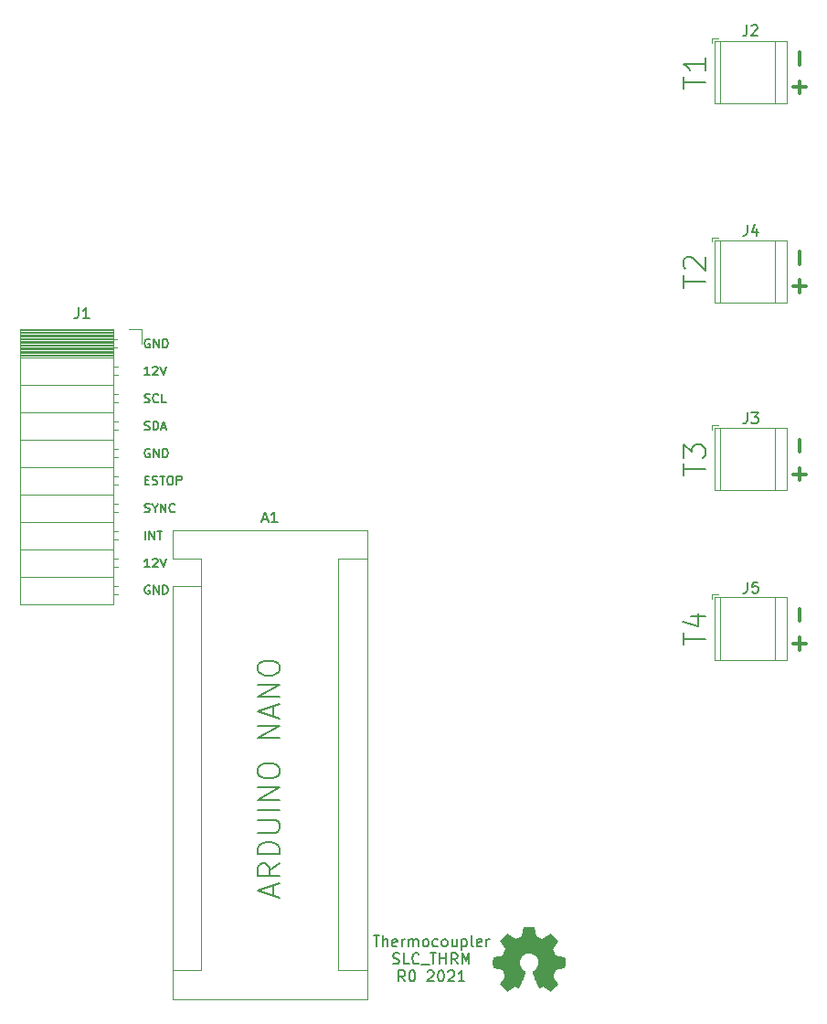
<source format=gbr>
%TF.GenerationSoftware,KiCad,Pcbnew,(6.0.4)*%
%TF.CreationDate,2023-07-24T13:38:07-04:00*%
%TF.ProjectId,BREAD_Slice,42524541-445f-4536-9c69-63652e6b6963,rev?*%
%TF.SameCoordinates,Original*%
%TF.FileFunction,Legend,Top*%
%TF.FilePolarity,Positive*%
%FSLAX46Y46*%
G04 Gerber Fmt 4.6, Leading zero omitted, Abs format (unit mm)*
G04 Created by KiCad (PCBNEW (6.0.4)) date 2023-07-24 13:38:07*
%MOMM*%
%LPD*%
G01*
G04 APERTURE LIST*
%ADD10C,0.150000*%
%ADD11C,0.300000*%
%ADD12C,0.120000*%
%ADD13C,0.010000*%
G04 APERTURE END LIST*
D10*
X142943333Y-129907142D02*
X142943333Y-128954761D01*
X143514761Y-130097619D02*
X141514761Y-129430952D01*
X143514761Y-128764285D01*
X143514761Y-126954761D02*
X142562380Y-127621428D01*
X143514761Y-128097619D02*
X141514761Y-128097619D01*
X141514761Y-127335714D01*
X141610000Y-127145238D01*
X141705238Y-127050000D01*
X141895714Y-126954761D01*
X142181428Y-126954761D01*
X142371904Y-127050000D01*
X142467142Y-127145238D01*
X142562380Y-127335714D01*
X142562380Y-128097619D01*
X143514761Y-126097619D02*
X141514761Y-126097619D01*
X141514761Y-125621428D01*
X141610000Y-125335714D01*
X141800476Y-125145238D01*
X141990952Y-125050000D01*
X142371904Y-124954761D01*
X142657619Y-124954761D01*
X143038571Y-125050000D01*
X143229047Y-125145238D01*
X143419523Y-125335714D01*
X143514761Y-125621428D01*
X143514761Y-126097619D01*
X141514761Y-124097619D02*
X143133809Y-124097619D01*
X143324285Y-124002380D01*
X143419523Y-123907142D01*
X143514761Y-123716666D01*
X143514761Y-123335714D01*
X143419523Y-123145238D01*
X143324285Y-123050000D01*
X143133809Y-122954761D01*
X141514761Y-122954761D01*
X143514761Y-122002380D02*
X141514761Y-122002380D01*
X143514761Y-121050000D02*
X141514761Y-121050000D01*
X143514761Y-119907142D01*
X141514761Y-119907142D01*
X141514761Y-118573809D02*
X141514761Y-118192857D01*
X141610000Y-118002380D01*
X141800476Y-117811904D01*
X142181428Y-117716666D01*
X142848095Y-117716666D01*
X143229047Y-117811904D01*
X143419523Y-118002380D01*
X143514761Y-118192857D01*
X143514761Y-118573809D01*
X143419523Y-118764285D01*
X143229047Y-118954761D01*
X142848095Y-119050000D01*
X142181428Y-119050000D01*
X141800476Y-118954761D01*
X141610000Y-118764285D01*
X141514761Y-118573809D01*
X143514761Y-115335714D02*
X141514761Y-115335714D01*
X143514761Y-114192857D01*
X141514761Y-114192857D01*
X142943333Y-113335714D02*
X142943333Y-112383333D01*
X143514761Y-113526190D02*
X141514761Y-112859523D01*
X143514761Y-112192857D01*
X143514761Y-111526190D02*
X141514761Y-111526190D01*
X143514761Y-110383333D01*
X141514761Y-110383333D01*
X141514761Y-109050000D02*
X141514761Y-108669047D01*
X141610000Y-108478571D01*
X141800476Y-108288095D01*
X142181428Y-108192857D01*
X142848095Y-108192857D01*
X143229047Y-108288095D01*
X143419523Y-108478571D01*
X143514761Y-108669047D01*
X143514761Y-109050000D01*
X143419523Y-109240476D01*
X143229047Y-109430952D01*
X142848095Y-109526190D01*
X142181428Y-109526190D01*
X141800476Y-109430952D01*
X141610000Y-109240476D01*
X141514761Y-109050000D01*
X131071428Y-91442857D02*
X131338095Y-91442857D01*
X131452380Y-91861904D02*
X131071428Y-91861904D01*
X131071428Y-91061904D01*
X131452380Y-91061904D01*
X131757142Y-91823809D02*
X131871428Y-91861904D01*
X132061904Y-91861904D01*
X132138095Y-91823809D01*
X132176190Y-91785714D01*
X132214285Y-91709523D01*
X132214285Y-91633333D01*
X132176190Y-91557142D01*
X132138095Y-91519047D01*
X132061904Y-91480952D01*
X131909523Y-91442857D01*
X131833333Y-91404761D01*
X131795238Y-91366666D01*
X131757142Y-91290476D01*
X131757142Y-91214285D01*
X131795238Y-91138095D01*
X131833333Y-91100000D01*
X131909523Y-91061904D01*
X132099999Y-91061904D01*
X132214285Y-91100000D01*
X132442857Y-91061904D02*
X132899999Y-91061904D01*
X132671428Y-91861904D02*
X132671428Y-91061904D01*
X133319047Y-91061904D02*
X133471428Y-91061904D01*
X133547619Y-91100000D01*
X133623809Y-91176190D01*
X133661904Y-91328571D01*
X133661904Y-91595238D01*
X133623809Y-91747619D01*
X133547619Y-91823809D01*
X133471428Y-91861904D01*
X133319047Y-91861904D01*
X133242857Y-91823809D01*
X133166666Y-91747619D01*
X133128571Y-91595238D01*
X133128571Y-91328571D01*
X133166666Y-91176190D01*
X133242857Y-91100000D01*
X133319047Y-91061904D01*
X134004761Y-91861904D02*
X134004761Y-91061904D01*
X134309523Y-91061904D01*
X134385714Y-91100000D01*
X134423809Y-91138095D01*
X134461904Y-91214285D01*
X134461904Y-91328571D01*
X134423809Y-91404761D01*
X134385714Y-91442857D01*
X134309523Y-91480952D01*
X134004761Y-91480952D01*
D11*
X191707142Y-104521428D02*
X191707142Y-103378571D01*
X191128571Y-106597141D02*
X192271428Y-106597141D01*
X191700000Y-107168570D02*
X191700000Y-106025713D01*
X191707142Y-88821428D02*
X191707142Y-87678571D01*
D10*
X180954761Y-106716310D02*
X180954761Y-105573453D01*
X182954761Y-106144881D02*
X180954761Y-106144881D01*
X181621428Y-104049643D02*
X182954761Y-104049643D01*
X180859523Y-104525834D02*
X182288095Y-105002024D01*
X182288095Y-103763929D01*
X131490476Y-88600000D02*
X131414285Y-88561904D01*
X131300000Y-88561904D01*
X131185714Y-88600000D01*
X131109523Y-88676190D01*
X131071428Y-88752380D01*
X131033333Y-88904761D01*
X131033333Y-89019047D01*
X131071428Y-89171428D01*
X131109523Y-89247619D01*
X131185714Y-89323809D01*
X131300000Y-89361904D01*
X131376190Y-89361904D01*
X131490476Y-89323809D01*
X131528571Y-89285714D01*
X131528571Y-89019047D01*
X131376190Y-89019047D01*
X131871428Y-89361904D02*
X131871428Y-88561904D01*
X132328571Y-89361904D01*
X132328571Y-88561904D01*
X132709523Y-89361904D02*
X132709523Y-88561904D01*
X132900000Y-88561904D01*
X133014285Y-88600000D01*
X133090476Y-88676190D01*
X133128571Y-88752380D01*
X133166666Y-88904761D01*
X133166666Y-89019047D01*
X133128571Y-89171428D01*
X133090476Y-89247619D01*
X133014285Y-89323809D01*
X132900000Y-89361904D01*
X132709523Y-89361904D01*
X131490476Y-99511904D02*
X131033334Y-99511904D01*
X131261905Y-99511904D02*
X131261905Y-98711904D01*
X131185715Y-98826190D01*
X131109524Y-98902380D01*
X131033334Y-98940476D01*
X131795238Y-98788095D02*
X131833334Y-98750000D01*
X131909524Y-98711904D01*
X132100000Y-98711904D01*
X132176191Y-98750000D01*
X132214286Y-98788095D01*
X132252381Y-98864285D01*
X132252381Y-98940476D01*
X132214286Y-99054761D01*
X131757143Y-99511904D01*
X132252381Y-99511904D01*
X132480953Y-98711904D02*
X132747619Y-99511904D01*
X133014286Y-98711904D01*
X131033333Y-86773809D02*
X131147619Y-86811904D01*
X131338095Y-86811904D01*
X131414285Y-86773809D01*
X131452381Y-86735714D01*
X131490476Y-86659523D01*
X131490476Y-86583333D01*
X131452381Y-86507142D01*
X131414285Y-86469047D01*
X131338095Y-86430952D01*
X131185714Y-86392857D01*
X131109523Y-86354761D01*
X131071428Y-86316666D01*
X131033333Y-86240476D01*
X131033333Y-86164285D01*
X131071428Y-86088095D01*
X131109523Y-86050000D01*
X131185714Y-86011904D01*
X131376190Y-86011904D01*
X131490476Y-86050000D01*
X131833333Y-86811904D02*
X131833333Y-86011904D01*
X132023809Y-86011904D01*
X132138095Y-86050000D01*
X132214285Y-86126190D01*
X132252381Y-86202380D01*
X132290476Y-86354761D01*
X132290476Y-86469047D01*
X132252381Y-86621428D01*
X132214285Y-86697619D01*
X132138095Y-86773809D01*
X132023809Y-86811904D01*
X131833333Y-86811904D01*
X132595238Y-86583333D02*
X132976190Y-86583333D01*
X132519047Y-86811904D02*
X132785714Y-86011904D01*
X133052381Y-86811904D01*
D11*
X191128571Y-55071142D02*
X192271428Y-55071142D01*
X191700000Y-55642571D02*
X191700000Y-54499714D01*
D10*
X131071428Y-96961904D02*
X131071428Y-96161904D01*
X131452380Y-96961904D02*
X131452380Y-96161904D01*
X131909523Y-96961904D01*
X131909523Y-96161904D01*
X132176190Y-96161904D02*
X132633333Y-96161904D01*
X132404761Y-96961904D02*
X132404761Y-96161904D01*
X180954761Y-73632810D02*
X180954761Y-72489953D01*
X182954761Y-73061381D02*
X180954761Y-73061381D01*
X181145238Y-71918524D02*
X181050000Y-71823286D01*
X180954761Y-71632810D01*
X180954761Y-71156620D01*
X181050000Y-70966143D01*
X181145238Y-70870905D01*
X181335714Y-70775667D01*
X181526190Y-70775667D01*
X181811904Y-70870905D01*
X182954761Y-72013762D01*
X182954761Y-70775667D01*
D11*
X191707142Y-52995429D02*
X191707142Y-51852572D01*
D10*
X180954761Y-55217810D02*
X180954761Y-54074953D01*
X182954761Y-54646381D02*
X180954761Y-54646381D01*
X182954761Y-52360667D02*
X182954761Y-53503524D01*
X182954761Y-52932096D02*
X180954761Y-52932096D01*
X181240476Y-53122572D01*
X181430952Y-53313048D01*
X181526190Y-53503524D01*
X131490476Y-101250000D02*
X131414285Y-101211904D01*
X131300000Y-101211904D01*
X131185714Y-101250000D01*
X131109523Y-101326190D01*
X131071428Y-101402380D01*
X131033333Y-101554761D01*
X131033333Y-101669047D01*
X131071428Y-101821428D01*
X131109523Y-101897619D01*
X131185714Y-101973809D01*
X131300000Y-102011904D01*
X131376190Y-102011904D01*
X131490476Y-101973809D01*
X131528571Y-101935714D01*
X131528571Y-101669047D01*
X131376190Y-101669047D01*
X131871428Y-102011904D02*
X131871428Y-101211904D01*
X132328571Y-102011904D01*
X132328571Y-101211904D01*
X132709523Y-102011904D02*
X132709523Y-101211904D01*
X132900000Y-101211904D01*
X133014285Y-101250000D01*
X133090476Y-101326190D01*
X133128571Y-101402380D01*
X133166666Y-101554761D01*
X133166666Y-101669047D01*
X133128571Y-101821428D01*
X133090476Y-101897619D01*
X133014285Y-101973809D01*
X132900000Y-102011904D01*
X132709523Y-102011904D01*
X131490476Y-81711904D02*
X131033334Y-81711904D01*
X131261905Y-81711904D02*
X131261905Y-80911904D01*
X131185715Y-81026190D01*
X131109524Y-81102380D01*
X131033334Y-81140476D01*
X131795238Y-80988095D02*
X131833334Y-80950000D01*
X131909524Y-80911904D01*
X132100000Y-80911904D01*
X132176191Y-80950000D01*
X132214286Y-80988095D01*
X132252381Y-81064285D01*
X132252381Y-81140476D01*
X132214286Y-81254761D01*
X131757143Y-81711904D01*
X132252381Y-81711904D01*
X132480953Y-80911904D02*
X132747619Y-81711904D01*
X133014286Y-80911904D01*
X131033334Y-84223809D02*
X131147619Y-84261904D01*
X131338095Y-84261904D01*
X131414286Y-84223809D01*
X131452381Y-84185714D01*
X131490476Y-84109523D01*
X131490476Y-84033333D01*
X131452381Y-83957142D01*
X131414286Y-83919047D01*
X131338095Y-83880952D01*
X131185715Y-83842857D01*
X131109524Y-83804761D01*
X131071429Y-83766666D01*
X131033334Y-83690476D01*
X131033334Y-83614285D01*
X131071429Y-83538095D01*
X131109524Y-83500000D01*
X131185715Y-83461904D01*
X131376191Y-83461904D01*
X131490476Y-83500000D01*
X132290476Y-84185714D02*
X132252381Y-84223809D01*
X132138095Y-84261904D01*
X132061905Y-84261904D01*
X131947619Y-84223809D01*
X131871429Y-84147619D01*
X131833334Y-84071428D01*
X131795238Y-83919047D01*
X131795238Y-83804761D01*
X131833334Y-83652380D01*
X131871429Y-83576190D01*
X131947619Y-83500000D01*
X132061905Y-83461904D01*
X132138095Y-83461904D01*
X132252381Y-83500000D01*
X132290476Y-83538095D01*
X133014286Y-84261904D02*
X132633334Y-84261904D01*
X132633334Y-83461904D01*
D11*
X191128571Y-73497141D02*
X192271428Y-73497141D01*
X191700000Y-74068570D02*
X191700000Y-72925713D01*
X191707142Y-71421428D02*
X191707142Y-70278571D01*
D10*
X131033333Y-94373809D02*
X131147619Y-94411904D01*
X131338095Y-94411904D01*
X131414286Y-94373809D01*
X131452381Y-94335714D01*
X131490476Y-94259523D01*
X131490476Y-94183333D01*
X131452381Y-94107142D01*
X131414286Y-94069047D01*
X131338095Y-94030952D01*
X131185714Y-93992857D01*
X131109524Y-93954761D01*
X131071429Y-93916666D01*
X131033333Y-93840476D01*
X131033333Y-93764285D01*
X131071429Y-93688095D01*
X131109524Y-93650000D01*
X131185714Y-93611904D01*
X131376190Y-93611904D01*
X131490476Y-93650000D01*
X131985714Y-94030952D02*
X131985714Y-94411904D01*
X131719048Y-93611904D02*
X131985714Y-94030952D01*
X132252381Y-93611904D01*
X132519048Y-94411904D02*
X132519048Y-93611904D01*
X132976190Y-94411904D01*
X132976190Y-93611904D01*
X133814286Y-94335714D02*
X133776190Y-94373809D01*
X133661905Y-94411904D01*
X133585714Y-94411904D01*
X133471429Y-94373809D01*
X133395238Y-94297619D01*
X133357143Y-94221428D01*
X133319048Y-94069047D01*
X133319048Y-93954761D01*
X133357143Y-93802380D01*
X133395238Y-93726190D01*
X133471429Y-93650000D01*
X133585714Y-93611904D01*
X133661905Y-93611904D01*
X133776190Y-93650000D01*
X133814286Y-93688095D01*
X131490476Y-78400000D02*
X131414285Y-78361904D01*
X131300000Y-78361904D01*
X131185714Y-78400000D01*
X131109523Y-78476190D01*
X131071428Y-78552380D01*
X131033333Y-78704761D01*
X131033333Y-78819047D01*
X131071428Y-78971428D01*
X131109523Y-79047619D01*
X131185714Y-79123809D01*
X131300000Y-79161904D01*
X131376190Y-79161904D01*
X131490476Y-79123809D01*
X131528571Y-79085714D01*
X131528571Y-78819047D01*
X131376190Y-78819047D01*
X131871428Y-79161904D02*
X131871428Y-78361904D01*
X132328571Y-79161904D01*
X132328571Y-78361904D01*
X132709523Y-79161904D02*
X132709523Y-78361904D01*
X132900000Y-78361904D01*
X133014285Y-78400000D01*
X133090476Y-78476190D01*
X133128571Y-78552380D01*
X133166666Y-78704761D01*
X133166666Y-78819047D01*
X133128571Y-78971428D01*
X133090476Y-79047619D01*
X133014285Y-79123809D01*
X132900000Y-79161904D01*
X132709523Y-79161904D01*
X152219046Y-133642380D02*
X152790475Y-133642380D01*
X152504760Y-134642380D02*
X152504760Y-133642380D01*
X153123808Y-134642380D02*
X153123808Y-133642380D01*
X153552379Y-134642380D02*
X153552379Y-134118571D01*
X153504760Y-134023333D01*
X153409522Y-133975714D01*
X153266665Y-133975714D01*
X153171427Y-134023333D01*
X153123808Y-134070952D01*
X154409522Y-134594761D02*
X154314284Y-134642380D01*
X154123808Y-134642380D01*
X154028570Y-134594761D01*
X153980951Y-134499523D01*
X153980951Y-134118571D01*
X154028570Y-134023333D01*
X154123808Y-133975714D01*
X154314284Y-133975714D01*
X154409522Y-134023333D01*
X154457141Y-134118571D01*
X154457141Y-134213809D01*
X153980951Y-134309047D01*
X154885713Y-134642380D02*
X154885713Y-133975714D01*
X154885713Y-134166190D02*
X154933332Y-134070952D01*
X154980951Y-134023333D01*
X155076189Y-133975714D01*
X155171427Y-133975714D01*
X155504760Y-134642380D02*
X155504760Y-133975714D01*
X155504760Y-134070952D02*
X155552379Y-134023333D01*
X155647618Y-133975714D01*
X155790475Y-133975714D01*
X155885713Y-134023333D01*
X155933332Y-134118571D01*
X155933332Y-134642380D01*
X155933332Y-134118571D02*
X155980951Y-134023333D01*
X156076189Y-133975714D01*
X156219046Y-133975714D01*
X156314284Y-134023333D01*
X156361903Y-134118571D01*
X156361903Y-134642380D01*
X156980951Y-134642380D02*
X156885713Y-134594761D01*
X156838094Y-134547142D01*
X156790475Y-134451904D01*
X156790475Y-134166190D01*
X156838094Y-134070952D01*
X156885713Y-134023333D01*
X156980951Y-133975714D01*
X157123808Y-133975714D01*
X157219046Y-134023333D01*
X157266665Y-134070952D01*
X157314284Y-134166190D01*
X157314284Y-134451904D01*
X157266665Y-134547142D01*
X157219046Y-134594761D01*
X157123808Y-134642380D01*
X156980951Y-134642380D01*
X158171427Y-134594761D02*
X158076189Y-134642380D01*
X157885713Y-134642380D01*
X157790475Y-134594761D01*
X157742856Y-134547142D01*
X157695237Y-134451904D01*
X157695237Y-134166190D01*
X157742856Y-134070952D01*
X157790475Y-134023333D01*
X157885713Y-133975714D01*
X158076189Y-133975714D01*
X158171427Y-134023333D01*
X158742856Y-134642380D02*
X158647618Y-134594761D01*
X158599999Y-134547142D01*
X158552379Y-134451904D01*
X158552379Y-134166190D01*
X158599999Y-134070952D01*
X158647618Y-134023333D01*
X158742856Y-133975714D01*
X158885713Y-133975714D01*
X158980951Y-134023333D01*
X159028570Y-134070952D01*
X159076189Y-134166190D01*
X159076189Y-134451904D01*
X159028570Y-134547142D01*
X158980951Y-134594761D01*
X158885713Y-134642380D01*
X158742856Y-134642380D01*
X159933332Y-133975714D02*
X159933332Y-134642380D01*
X159504760Y-133975714D02*
X159504760Y-134499523D01*
X159552379Y-134594761D01*
X159647618Y-134642380D01*
X159790475Y-134642380D01*
X159885713Y-134594761D01*
X159933332Y-134547142D01*
X160409522Y-133975714D02*
X160409522Y-134975714D01*
X160409522Y-134023333D02*
X160504760Y-133975714D01*
X160695237Y-133975714D01*
X160790475Y-134023333D01*
X160838094Y-134070952D01*
X160885713Y-134166190D01*
X160885713Y-134451904D01*
X160838094Y-134547142D01*
X160790475Y-134594761D01*
X160695237Y-134642380D01*
X160504760Y-134642380D01*
X160409522Y-134594761D01*
X161457141Y-134642380D02*
X161361903Y-134594761D01*
X161314284Y-134499523D01*
X161314284Y-133642380D01*
X162219046Y-134594761D02*
X162123808Y-134642380D01*
X161933332Y-134642380D01*
X161838094Y-134594761D01*
X161790475Y-134499523D01*
X161790475Y-134118571D01*
X161838094Y-134023333D01*
X161933332Y-133975714D01*
X162123808Y-133975714D01*
X162219046Y-134023333D01*
X162266665Y-134118571D01*
X162266665Y-134213809D01*
X161790475Y-134309047D01*
X162695237Y-134642380D02*
X162695237Y-133975714D01*
X162695237Y-134166190D02*
X162742856Y-134070952D01*
X162790475Y-134023333D01*
X162885713Y-133975714D01*
X162980951Y-133975714D01*
X154052379Y-136204761D02*
X154195237Y-136252380D01*
X154433332Y-136252380D01*
X154528570Y-136204761D01*
X154576189Y-136157142D01*
X154623808Y-136061904D01*
X154623808Y-135966666D01*
X154576189Y-135871428D01*
X154528570Y-135823809D01*
X154433332Y-135776190D01*
X154242856Y-135728571D01*
X154147618Y-135680952D01*
X154099999Y-135633333D01*
X154052379Y-135538095D01*
X154052379Y-135442857D01*
X154099999Y-135347619D01*
X154147618Y-135300000D01*
X154242856Y-135252380D01*
X154480951Y-135252380D01*
X154623808Y-135300000D01*
X155528570Y-136252380D02*
X155052379Y-136252380D01*
X155052379Y-135252380D01*
X156433332Y-136157142D02*
X156385713Y-136204761D01*
X156242856Y-136252380D01*
X156147618Y-136252380D01*
X156004760Y-136204761D01*
X155909522Y-136109523D01*
X155861903Y-136014285D01*
X155814284Y-135823809D01*
X155814284Y-135680952D01*
X155861903Y-135490476D01*
X155909522Y-135395238D01*
X156004760Y-135300000D01*
X156147618Y-135252380D01*
X156242856Y-135252380D01*
X156385713Y-135300000D01*
X156433332Y-135347619D01*
X156623808Y-136347619D02*
X157385713Y-136347619D01*
X157480951Y-135252380D02*
X158052379Y-135252380D01*
X157766665Y-136252380D02*
X157766665Y-135252380D01*
X158385713Y-136252380D02*
X158385713Y-135252380D01*
X158385713Y-135728571D02*
X158957141Y-135728571D01*
X158957141Y-136252380D02*
X158957141Y-135252380D01*
X160004760Y-136252380D02*
X159671427Y-135776190D01*
X159433332Y-136252380D02*
X159433332Y-135252380D01*
X159814284Y-135252380D01*
X159909522Y-135300000D01*
X159957141Y-135347619D01*
X160004760Y-135442857D01*
X160004760Y-135585714D01*
X159957141Y-135680952D01*
X159909522Y-135728571D01*
X159814284Y-135776190D01*
X159433332Y-135776190D01*
X160433332Y-136252380D02*
X160433332Y-135252380D01*
X160766665Y-135966666D01*
X161099999Y-135252380D01*
X161099999Y-136252380D01*
X155147618Y-137862380D02*
X154814284Y-137386190D01*
X154576189Y-137862380D02*
X154576189Y-136862380D01*
X154957141Y-136862380D01*
X155052379Y-136910000D01*
X155099999Y-136957619D01*
X155147618Y-137052857D01*
X155147618Y-137195714D01*
X155099999Y-137290952D01*
X155052379Y-137338571D01*
X154957141Y-137386190D01*
X154576189Y-137386190D01*
X155766665Y-136862380D02*
X155861903Y-136862380D01*
X155957141Y-136910000D01*
X156004760Y-136957619D01*
X156052379Y-137052857D01*
X156099999Y-137243333D01*
X156099999Y-137481428D01*
X156052379Y-137671904D01*
X156004760Y-137767142D01*
X155957141Y-137814761D01*
X155861903Y-137862380D01*
X155766665Y-137862380D01*
X155671427Y-137814761D01*
X155623808Y-137767142D01*
X155576189Y-137671904D01*
X155528570Y-137481428D01*
X155528570Y-137243333D01*
X155576189Y-137052857D01*
X155623808Y-136957619D01*
X155671427Y-136910000D01*
X155766665Y-136862380D01*
X157242856Y-136957619D02*
X157290475Y-136910000D01*
X157385713Y-136862380D01*
X157623808Y-136862380D01*
X157719046Y-136910000D01*
X157766665Y-136957619D01*
X157814284Y-137052857D01*
X157814284Y-137148095D01*
X157766665Y-137290952D01*
X157195237Y-137862380D01*
X157814284Y-137862380D01*
X158433332Y-136862380D02*
X158528570Y-136862380D01*
X158623808Y-136910000D01*
X158671427Y-136957619D01*
X158719046Y-137052857D01*
X158766665Y-137243333D01*
X158766665Y-137481428D01*
X158719046Y-137671904D01*
X158671427Y-137767142D01*
X158623808Y-137814761D01*
X158528570Y-137862380D01*
X158433332Y-137862380D01*
X158338094Y-137814761D01*
X158290475Y-137767142D01*
X158242856Y-137671904D01*
X158195237Y-137481428D01*
X158195237Y-137243333D01*
X158242856Y-137052857D01*
X158290475Y-136957619D01*
X158338094Y-136910000D01*
X158433332Y-136862380D01*
X159147618Y-136957619D02*
X159195237Y-136910000D01*
X159290475Y-136862380D01*
X159528570Y-136862380D01*
X159623808Y-136910000D01*
X159671427Y-136957619D01*
X159719046Y-137052857D01*
X159719046Y-137148095D01*
X159671427Y-137290952D01*
X159099999Y-137862380D01*
X159719046Y-137862380D01*
X160671427Y-137862380D02*
X160099999Y-137862380D01*
X160385713Y-137862380D02*
X160385713Y-136862380D01*
X160290475Y-137005238D01*
X160195237Y-137100476D01*
X160099999Y-137148095D01*
X180954761Y-91031810D02*
X180954761Y-89888953D01*
X182954761Y-90460381D02*
X180954761Y-90460381D01*
X180954761Y-89412762D02*
X180954761Y-88174667D01*
X181716666Y-88841334D01*
X181716666Y-88555620D01*
X181811904Y-88365143D01*
X181907142Y-88269905D01*
X182097619Y-88174667D01*
X182573809Y-88174667D01*
X182764285Y-88269905D01*
X182859523Y-88365143D01*
X182954761Y-88555620D01*
X182954761Y-89127048D01*
X182859523Y-89317524D01*
X182764285Y-89412762D01*
D11*
X191128571Y-90897141D02*
X192271428Y-90897141D01*
X191700000Y-91468570D02*
X191700000Y-90325713D01*
D10*
%TO.C,A1*%
X141905714Y-95086666D02*
X142381904Y-95086666D01*
X141810476Y-95372380D02*
X142143809Y-94372380D01*
X142477142Y-95372380D01*
X143334285Y-95372380D02*
X142762857Y-95372380D01*
X143048571Y-95372380D02*
X143048571Y-94372380D01*
X142953333Y-94515238D01*
X142858095Y-94610476D01*
X142762857Y-94658095D01*
%TO.C,J1*%
X124886666Y-75482380D02*
X124886666Y-76196666D01*
X124839047Y-76339523D01*
X124743809Y-76434761D01*
X124600952Y-76482380D01*
X124505714Y-76482380D01*
X125886666Y-76482380D02*
X125315238Y-76482380D01*
X125600952Y-76482380D02*
X125600952Y-75482380D01*
X125505714Y-75625238D01*
X125410476Y-75720476D01*
X125315238Y-75768095D01*
%TO.C,J2*%
X186816666Y-49302380D02*
X186816666Y-50016666D01*
X186769047Y-50159523D01*
X186673809Y-50254761D01*
X186530952Y-50302380D01*
X186435714Y-50302380D01*
X187245238Y-49397619D02*
X187292857Y-49350000D01*
X187388095Y-49302380D01*
X187626190Y-49302380D01*
X187721428Y-49350000D01*
X187769047Y-49397619D01*
X187816666Y-49492857D01*
X187816666Y-49588095D01*
X187769047Y-49730952D01*
X187197619Y-50302380D01*
X187816666Y-50302380D01*
%TO.C,J3*%
X186862666Y-85202380D02*
X186862666Y-85916666D01*
X186815047Y-86059523D01*
X186719809Y-86154761D01*
X186576952Y-86202380D01*
X186481714Y-86202380D01*
X187243619Y-85202380D02*
X187862666Y-85202380D01*
X187529333Y-85583333D01*
X187672190Y-85583333D01*
X187767428Y-85630952D01*
X187815047Y-85678571D01*
X187862666Y-85773809D01*
X187862666Y-86011904D01*
X187815047Y-86107142D01*
X187767428Y-86154761D01*
X187672190Y-86202380D01*
X187386476Y-86202380D01*
X187291238Y-86154761D01*
X187243619Y-86107142D01*
%TO.C,J4*%
X186862666Y-67802380D02*
X186862666Y-68516666D01*
X186815047Y-68659523D01*
X186719809Y-68754761D01*
X186576952Y-68802380D01*
X186481714Y-68802380D01*
X187767428Y-68135714D02*
X187767428Y-68802380D01*
X187529333Y-67754761D02*
X187291238Y-68469047D01*
X187910285Y-68469047D01*
%TO.C,J5*%
X186876166Y-100902380D02*
X186876166Y-101616666D01*
X186828547Y-101759523D01*
X186733309Y-101854761D01*
X186590452Y-101902380D01*
X186495214Y-101902380D01*
X187828547Y-100902380D02*
X187352357Y-100902380D01*
X187304738Y-101378571D01*
X187352357Y-101330952D01*
X187447595Y-101283333D01*
X187685690Y-101283333D01*
X187780928Y-101330952D01*
X187828547Y-101378571D01*
X187876166Y-101473809D01*
X187876166Y-101711904D01*
X187828547Y-101807142D01*
X187780928Y-101854761D01*
X187685690Y-101902380D01*
X187447595Y-101902380D01*
X187352357Y-101854761D01*
X187304738Y-101807142D01*
D12*
%TO.C,A1*%
X148970000Y-98730000D02*
X151640000Y-98730000D01*
X133600000Y-101270000D02*
X133600000Y-139500000D01*
X151640000Y-139500000D02*
X151640000Y-96060000D01*
X151640000Y-96060000D02*
X133600000Y-96060000D01*
X148970000Y-98730000D02*
X148970000Y-136830000D01*
X136270000Y-98730000D02*
X133600000Y-98730000D01*
X136270000Y-101270000D02*
X133600000Y-101270000D01*
X133600000Y-139500000D02*
X151640000Y-139500000D01*
X136270000Y-101270000D02*
X136270000Y-98730000D01*
X148970000Y-136830000D02*
X151640000Y-136830000D01*
X136270000Y-101270000D02*
X136270000Y-136830000D01*
X133600000Y-96060000D02*
X133600000Y-98730000D01*
X136270000Y-136830000D02*
X133600000Y-136830000D01*
%TO.C,J1*%
X119510000Y-90230000D02*
X128140000Y-90230000D01*
X128140000Y-86060000D02*
X128550000Y-86060000D01*
X128140000Y-98760000D02*
X128550000Y-98760000D01*
X119510000Y-95310000D02*
X128140000Y-95310000D01*
X128140000Y-99480000D02*
X128550000Y-99480000D01*
X119510000Y-80070000D02*
X128140000Y-80070000D01*
X119510000Y-79007140D02*
X128140000Y-79007140D01*
X119510000Y-77944285D02*
X128140000Y-77944285D01*
X119510000Y-78652855D02*
X128140000Y-78652855D01*
X128140000Y-88600000D02*
X128550000Y-88600000D01*
X119510000Y-79833805D02*
X128140000Y-79833805D01*
X119510000Y-78062380D02*
X128140000Y-78062380D01*
X119510000Y-82610000D02*
X128140000Y-82610000D01*
X119510000Y-78534760D02*
X128140000Y-78534760D01*
X119510000Y-79243330D02*
X128140000Y-79243330D01*
X119510000Y-79125235D02*
X128140000Y-79125235D01*
X119510000Y-79597615D02*
X128140000Y-79597615D01*
X119510000Y-78416665D02*
X128140000Y-78416665D01*
X119510000Y-102990000D02*
X128140000Y-102990000D01*
X119510000Y-100390000D02*
X128140000Y-100390000D01*
X128140000Y-81700000D02*
X128550000Y-81700000D01*
X119510000Y-78180475D02*
X128140000Y-78180475D01*
X128140000Y-91140000D02*
X128550000Y-91140000D01*
X128140000Y-83520000D02*
X128550000Y-83520000D01*
X119510000Y-78889045D02*
X128140000Y-78889045D01*
X119510000Y-77470000D02*
X128140000Y-77470000D01*
X128140000Y-96220000D02*
X128550000Y-96220000D01*
X119510000Y-79479520D02*
X128140000Y-79479520D01*
X119510000Y-79951900D02*
X128140000Y-79951900D01*
X119510000Y-85150000D02*
X128140000Y-85150000D01*
X119510000Y-77470000D02*
X119510000Y-102990000D01*
X128140000Y-93680000D02*
X128550000Y-93680000D01*
X128140000Y-79160000D02*
X128490000Y-79160000D01*
X128140000Y-96940000D02*
X128550000Y-96940000D01*
X128140000Y-102020000D02*
X128550000Y-102020000D01*
X128140000Y-89320000D02*
X128550000Y-89320000D01*
X128140000Y-84240000D02*
X128550000Y-84240000D01*
X119510000Y-87690000D02*
X128140000Y-87690000D01*
X119510000Y-78298570D02*
X128140000Y-78298570D01*
X119510000Y-78770950D02*
X128140000Y-78770950D01*
X128140000Y-77470000D02*
X128140000Y-102990000D01*
X130710000Y-77470000D02*
X130710000Y-78800000D01*
X129600000Y-77470000D02*
X130710000Y-77470000D01*
X128140000Y-91860000D02*
X128550000Y-91860000D01*
X119510000Y-77590000D02*
X128140000Y-77590000D01*
X119510000Y-79715710D02*
X128140000Y-79715710D01*
X128140000Y-101300000D02*
X128550000Y-101300000D01*
X128140000Y-78440000D02*
X128490000Y-78440000D01*
X119510000Y-77826190D02*
X128140000Y-77826190D01*
X119510000Y-79361425D02*
X128140000Y-79361425D01*
X119510000Y-97850000D02*
X128140000Y-97850000D01*
X128140000Y-94400000D02*
X128550000Y-94400000D01*
X128140000Y-80980000D02*
X128550000Y-80980000D01*
X128140000Y-86780000D02*
X128550000Y-86780000D01*
X119510000Y-77708095D02*
X128140000Y-77708095D01*
X119510000Y-92770000D02*
X128140000Y-92770000D01*
%TO.C,Logo1*%
G36*
X167155814Y-133268931D02*
G01*
X167239635Y-133713555D01*
X167548920Y-133841053D01*
X167858206Y-133968551D01*
X168229246Y-133716246D01*
X168333157Y-133645996D01*
X168427087Y-133583272D01*
X168506652Y-133530938D01*
X168567470Y-133491857D01*
X168605157Y-133468893D01*
X168615421Y-133463942D01*
X168633910Y-133476676D01*
X168673420Y-133511882D01*
X168729522Y-133565062D01*
X168797787Y-133631718D01*
X168873786Y-133707354D01*
X168953092Y-133787472D01*
X169031275Y-133867574D01*
X169103907Y-133943164D01*
X169166559Y-134009745D01*
X169214803Y-134062818D01*
X169244210Y-134097887D01*
X169251241Y-134109623D01*
X169241123Y-134131260D01*
X169212759Y-134178662D01*
X169169129Y-134247193D01*
X169113218Y-134332215D01*
X169048006Y-134429093D01*
X169010219Y-134484350D01*
X168941343Y-134585248D01*
X168880140Y-134676299D01*
X168829578Y-134752970D01*
X168792628Y-134810728D01*
X168772258Y-134845043D01*
X168769197Y-134852254D01*
X168776136Y-134872748D01*
X168795051Y-134920513D01*
X168823087Y-134988832D01*
X168857391Y-135070989D01*
X168895109Y-135160270D01*
X168933387Y-135249958D01*
X168969370Y-135333338D01*
X169000206Y-135403694D01*
X169023039Y-135454310D01*
X169035017Y-135478471D01*
X169035724Y-135479422D01*
X169054531Y-135484036D01*
X169104618Y-135494328D01*
X169180793Y-135509287D01*
X169277865Y-135527901D01*
X169390643Y-135549159D01*
X169456442Y-135561418D01*
X169576950Y-135584362D01*
X169685797Y-135606195D01*
X169777476Y-135625722D01*
X169846481Y-135641748D01*
X169887304Y-135653079D01*
X169895511Y-135656674D01*
X169903548Y-135681006D01*
X169910033Y-135735959D01*
X169914970Y-135815108D01*
X169918364Y-135912026D01*
X169920218Y-136020287D01*
X169920538Y-136133465D01*
X169919327Y-136245135D01*
X169916590Y-136348868D01*
X169912331Y-136438241D01*
X169906555Y-136506826D01*
X169899267Y-136548197D01*
X169894895Y-136556810D01*
X169868764Y-136567133D01*
X169813393Y-136581892D01*
X169736107Y-136599352D01*
X169644230Y-136617780D01*
X169612158Y-136623741D01*
X169457524Y-136652066D01*
X169335375Y-136674876D01*
X169241673Y-136693080D01*
X169172384Y-136707583D01*
X169123471Y-136719292D01*
X169090897Y-136729115D01*
X169070628Y-136737956D01*
X169058626Y-136746724D01*
X169056947Y-136748457D01*
X169040184Y-136776371D01*
X169014614Y-136830695D01*
X168982788Y-136904777D01*
X168947260Y-136991965D01*
X168910583Y-137085608D01*
X168875311Y-137179052D01*
X168843996Y-137265647D01*
X168819193Y-137338740D01*
X168803454Y-137391678D01*
X168799332Y-137417811D01*
X168799676Y-137418726D01*
X168813641Y-137440086D01*
X168845322Y-137487084D01*
X168891391Y-137554827D01*
X168948518Y-137638423D01*
X169013373Y-137732982D01*
X169031843Y-137759854D01*
X169097699Y-137857275D01*
X169155650Y-137946163D01*
X169202538Y-138021412D01*
X169235207Y-138077920D01*
X169250500Y-138110581D01*
X169251241Y-138114593D01*
X169238392Y-138135684D01*
X169202888Y-138177464D01*
X169149293Y-138235445D01*
X169082171Y-138305135D01*
X169006087Y-138382045D01*
X168925604Y-138461683D01*
X168845287Y-138539561D01*
X168769699Y-138611186D01*
X168703405Y-138672070D01*
X168650969Y-138717721D01*
X168616955Y-138743650D01*
X168607545Y-138747883D01*
X168585643Y-138737912D01*
X168540800Y-138711020D01*
X168480321Y-138671736D01*
X168433789Y-138640117D01*
X168349475Y-138582098D01*
X168249626Y-138513784D01*
X168149473Y-138445579D01*
X168095627Y-138409075D01*
X167913371Y-138285800D01*
X167760381Y-138368520D01*
X167690682Y-138404759D01*
X167631414Y-138432926D01*
X167591311Y-138448991D01*
X167581103Y-138451226D01*
X167568829Y-138434722D01*
X167544613Y-138388082D01*
X167510263Y-138315609D01*
X167467588Y-138221606D01*
X167418394Y-138110374D01*
X167364490Y-137986215D01*
X167307684Y-137853432D01*
X167249782Y-137716327D01*
X167192593Y-137579202D01*
X167137924Y-137446358D01*
X167087584Y-137322098D01*
X167043380Y-137210725D01*
X167007119Y-137116539D01*
X166980609Y-137043844D01*
X166965658Y-136996941D01*
X166963254Y-136980833D01*
X166982311Y-136960286D01*
X167024036Y-136926933D01*
X167079706Y-136887702D01*
X167084378Y-136884599D01*
X167228264Y-136769423D01*
X167344283Y-136635053D01*
X167431430Y-136485784D01*
X167488699Y-136325913D01*
X167515086Y-136159737D01*
X167509585Y-135991552D01*
X167471190Y-135825655D01*
X167398895Y-135666342D01*
X167377626Y-135631487D01*
X167266996Y-135490737D01*
X167136302Y-135377714D01*
X166990064Y-135293003D01*
X166832808Y-135237194D01*
X166669057Y-135210874D01*
X166503333Y-135214630D01*
X166340162Y-135249050D01*
X166184065Y-135314723D01*
X166039567Y-135412235D01*
X165994869Y-135451813D01*
X165881112Y-135575703D01*
X165798218Y-135706124D01*
X165741356Y-135852315D01*
X165709687Y-135997088D01*
X165701869Y-136159860D01*
X165727938Y-136323440D01*
X165785245Y-136482298D01*
X165871144Y-136630906D01*
X165982986Y-136763735D01*
X166118123Y-136875256D01*
X166135883Y-136887011D01*
X166192150Y-136925508D01*
X166234923Y-136958863D01*
X166255372Y-136980160D01*
X166255669Y-136980833D01*
X166251279Y-137003871D01*
X166233876Y-137056157D01*
X166205268Y-137133390D01*
X166167265Y-137231268D01*
X166121674Y-137345491D01*
X166070303Y-137471758D01*
X166014962Y-137605767D01*
X165957458Y-137743218D01*
X165899601Y-137879808D01*
X165843198Y-138011237D01*
X165790058Y-138133205D01*
X165741990Y-138241409D01*
X165700801Y-138331549D01*
X165668301Y-138399323D01*
X165646297Y-138440430D01*
X165637436Y-138451226D01*
X165610360Y-138442819D01*
X165559697Y-138420272D01*
X165494183Y-138387613D01*
X165458159Y-138368520D01*
X165305168Y-138285800D01*
X165122912Y-138409075D01*
X165029875Y-138472228D01*
X164928015Y-138541727D01*
X164832562Y-138607165D01*
X164784750Y-138640117D01*
X164717505Y-138685273D01*
X164660564Y-138721057D01*
X164621354Y-138742938D01*
X164608619Y-138747563D01*
X164590083Y-138735085D01*
X164549059Y-138700252D01*
X164489525Y-138646678D01*
X164415458Y-138577983D01*
X164330835Y-138497781D01*
X164277315Y-138446286D01*
X164183681Y-138354286D01*
X164102759Y-138271999D01*
X164037823Y-138202945D01*
X163992142Y-138150644D01*
X163968989Y-138118616D01*
X163966768Y-138112116D01*
X163977076Y-138087394D01*
X164005561Y-138037405D01*
X164049063Y-137967212D01*
X164104423Y-137881875D01*
X164168480Y-137786456D01*
X164186697Y-137759854D01*
X164253073Y-137663167D01*
X164312622Y-137576117D01*
X164362016Y-137503595D01*
X164397925Y-137450493D01*
X164417019Y-137421703D01*
X164418864Y-137418726D01*
X164416105Y-137395782D01*
X164401462Y-137345336D01*
X164377487Y-137274041D01*
X164346734Y-137188547D01*
X164311756Y-137095507D01*
X164275107Y-137001574D01*
X164239339Y-136913399D01*
X164207006Y-136837634D01*
X164180662Y-136780931D01*
X164162858Y-136749943D01*
X164161593Y-136748457D01*
X164150706Y-136739601D01*
X164132318Y-136730843D01*
X164102394Y-136721277D01*
X164056897Y-136709996D01*
X163991791Y-136696093D01*
X163903039Y-136678663D01*
X163786607Y-136656798D01*
X163638458Y-136629591D01*
X163606382Y-136623741D01*
X163511314Y-136605374D01*
X163428435Y-136587405D01*
X163365070Y-136571569D01*
X163328542Y-136559600D01*
X163323644Y-136556810D01*
X163315573Y-136532072D01*
X163309013Y-136476790D01*
X163303967Y-136397389D01*
X163300441Y-136300296D01*
X163298439Y-136191938D01*
X163297964Y-136078740D01*
X163299023Y-135967128D01*
X163301618Y-135863529D01*
X163305754Y-135774368D01*
X163311437Y-135706072D01*
X163318669Y-135665066D01*
X163323029Y-135656674D01*
X163347302Y-135648208D01*
X163402574Y-135634435D01*
X163483338Y-135616550D01*
X163584088Y-135595748D01*
X163699317Y-135573223D01*
X163762098Y-135561418D01*
X163881213Y-135539151D01*
X163987435Y-135518979D01*
X164075573Y-135501915D01*
X164140434Y-135488969D01*
X164176826Y-135481155D01*
X164182816Y-135479422D01*
X164192939Y-135459890D01*
X164214338Y-135412843D01*
X164244161Y-135345003D01*
X164279555Y-135263091D01*
X164317668Y-135173828D01*
X164355647Y-135083935D01*
X164390640Y-135000135D01*
X164419794Y-134929147D01*
X164440257Y-134877694D01*
X164449177Y-134852497D01*
X164449343Y-134851396D01*
X164439231Y-134831519D01*
X164410883Y-134785777D01*
X164367277Y-134718717D01*
X164311394Y-134634884D01*
X164246213Y-134538826D01*
X164208321Y-134483650D01*
X164139275Y-134382481D01*
X164077950Y-134290630D01*
X164027337Y-134212744D01*
X163990429Y-134153469D01*
X163970218Y-134117451D01*
X163967299Y-134109377D01*
X163979847Y-134090584D01*
X164014537Y-134050457D01*
X164066937Y-133993493D01*
X164132616Y-133924185D01*
X164207144Y-133847031D01*
X164286087Y-133766525D01*
X164365017Y-133687163D01*
X164439500Y-133613440D01*
X164505106Y-133549852D01*
X164557404Y-133500894D01*
X164591961Y-133471061D01*
X164603522Y-133463942D01*
X164622346Y-133473953D01*
X164667369Y-133502078D01*
X164734213Y-133545454D01*
X164818501Y-133601218D01*
X164915856Y-133666506D01*
X164989293Y-133716246D01*
X165360333Y-133968551D01*
X165978905Y-133713555D01*
X166062725Y-133268931D01*
X166146546Y-132824307D01*
X167071994Y-132824307D01*
X167155814Y-133268931D01*
G37*
D13*
X167155814Y-133268931D02*
X167239635Y-133713555D01*
X167548920Y-133841053D01*
X167858206Y-133968551D01*
X168229246Y-133716246D01*
X168333157Y-133645996D01*
X168427087Y-133583272D01*
X168506652Y-133530938D01*
X168567470Y-133491857D01*
X168605157Y-133468893D01*
X168615421Y-133463942D01*
X168633910Y-133476676D01*
X168673420Y-133511882D01*
X168729522Y-133565062D01*
X168797787Y-133631718D01*
X168873786Y-133707354D01*
X168953092Y-133787472D01*
X169031275Y-133867574D01*
X169103907Y-133943164D01*
X169166559Y-134009745D01*
X169214803Y-134062818D01*
X169244210Y-134097887D01*
X169251241Y-134109623D01*
X169241123Y-134131260D01*
X169212759Y-134178662D01*
X169169129Y-134247193D01*
X169113218Y-134332215D01*
X169048006Y-134429093D01*
X169010219Y-134484350D01*
X168941343Y-134585248D01*
X168880140Y-134676299D01*
X168829578Y-134752970D01*
X168792628Y-134810728D01*
X168772258Y-134845043D01*
X168769197Y-134852254D01*
X168776136Y-134872748D01*
X168795051Y-134920513D01*
X168823087Y-134988832D01*
X168857391Y-135070989D01*
X168895109Y-135160270D01*
X168933387Y-135249958D01*
X168969370Y-135333338D01*
X169000206Y-135403694D01*
X169023039Y-135454310D01*
X169035017Y-135478471D01*
X169035724Y-135479422D01*
X169054531Y-135484036D01*
X169104618Y-135494328D01*
X169180793Y-135509287D01*
X169277865Y-135527901D01*
X169390643Y-135549159D01*
X169456442Y-135561418D01*
X169576950Y-135584362D01*
X169685797Y-135606195D01*
X169777476Y-135625722D01*
X169846481Y-135641748D01*
X169887304Y-135653079D01*
X169895511Y-135656674D01*
X169903548Y-135681006D01*
X169910033Y-135735959D01*
X169914970Y-135815108D01*
X169918364Y-135912026D01*
X169920218Y-136020287D01*
X169920538Y-136133465D01*
X169919327Y-136245135D01*
X169916590Y-136348868D01*
X169912331Y-136438241D01*
X169906555Y-136506826D01*
X169899267Y-136548197D01*
X169894895Y-136556810D01*
X169868764Y-136567133D01*
X169813393Y-136581892D01*
X169736107Y-136599352D01*
X169644230Y-136617780D01*
X169612158Y-136623741D01*
X169457524Y-136652066D01*
X169335375Y-136674876D01*
X169241673Y-136693080D01*
X169172384Y-136707583D01*
X169123471Y-136719292D01*
X169090897Y-136729115D01*
X169070628Y-136737956D01*
X169058626Y-136746724D01*
X169056947Y-136748457D01*
X169040184Y-136776371D01*
X169014614Y-136830695D01*
X168982788Y-136904777D01*
X168947260Y-136991965D01*
X168910583Y-137085608D01*
X168875311Y-137179052D01*
X168843996Y-137265647D01*
X168819193Y-137338740D01*
X168803454Y-137391678D01*
X168799332Y-137417811D01*
X168799676Y-137418726D01*
X168813641Y-137440086D01*
X168845322Y-137487084D01*
X168891391Y-137554827D01*
X168948518Y-137638423D01*
X169013373Y-137732982D01*
X169031843Y-137759854D01*
X169097699Y-137857275D01*
X169155650Y-137946163D01*
X169202538Y-138021412D01*
X169235207Y-138077920D01*
X169250500Y-138110581D01*
X169251241Y-138114593D01*
X169238392Y-138135684D01*
X169202888Y-138177464D01*
X169149293Y-138235445D01*
X169082171Y-138305135D01*
X169006087Y-138382045D01*
X168925604Y-138461683D01*
X168845287Y-138539561D01*
X168769699Y-138611186D01*
X168703405Y-138672070D01*
X168650969Y-138717721D01*
X168616955Y-138743650D01*
X168607545Y-138747883D01*
X168585643Y-138737912D01*
X168540800Y-138711020D01*
X168480321Y-138671736D01*
X168433789Y-138640117D01*
X168349475Y-138582098D01*
X168249626Y-138513784D01*
X168149473Y-138445579D01*
X168095627Y-138409075D01*
X167913371Y-138285800D01*
X167760381Y-138368520D01*
X167690682Y-138404759D01*
X167631414Y-138432926D01*
X167591311Y-138448991D01*
X167581103Y-138451226D01*
X167568829Y-138434722D01*
X167544613Y-138388082D01*
X167510263Y-138315609D01*
X167467588Y-138221606D01*
X167418394Y-138110374D01*
X167364490Y-137986215D01*
X167307684Y-137853432D01*
X167249782Y-137716327D01*
X167192593Y-137579202D01*
X167137924Y-137446358D01*
X167087584Y-137322098D01*
X167043380Y-137210725D01*
X167007119Y-137116539D01*
X166980609Y-137043844D01*
X166965658Y-136996941D01*
X166963254Y-136980833D01*
X166982311Y-136960286D01*
X167024036Y-136926933D01*
X167079706Y-136887702D01*
X167084378Y-136884599D01*
X167228264Y-136769423D01*
X167344283Y-136635053D01*
X167431430Y-136485784D01*
X167488699Y-136325913D01*
X167515086Y-136159737D01*
X167509585Y-135991552D01*
X167471190Y-135825655D01*
X167398895Y-135666342D01*
X167377626Y-135631487D01*
X167266996Y-135490737D01*
X167136302Y-135377714D01*
X166990064Y-135293003D01*
X166832808Y-135237194D01*
X166669057Y-135210874D01*
X166503333Y-135214630D01*
X166340162Y-135249050D01*
X166184065Y-135314723D01*
X166039567Y-135412235D01*
X165994869Y-135451813D01*
X165881112Y-135575703D01*
X165798218Y-135706124D01*
X165741356Y-135852315D01*
X165709687Y-135997088D01*
X165701869Y-136159860D01*
X165727938Y-136323440D01*
X165785245Y-136482298D01*
X165871144Y-136630906D01*
X165982986Y-136763735D01*
X166118123Y-136875256D01*
X166135883Y-136887011D01*
X166192150Y-136925508D01*
X166234923Y-136958863D01*
X166255372Y-136980160D01*
X166255669Y-136980833D01*
X166251279Y-137003871D01*
X166233876Y-137056157D01*
X166205268Y-137133390D01*
X166167265Y-137231268D01*
X166121674Y-137345491D01*
X166070303Y-137471758D01*
X166014962Y-137605767D01*
X165957458Y-137743218D01*
X165899601Y-137879808D01*
X165843198Y-138011237D01*
X165790058Y-138133205D01*
X165741990Y-138241409D01*
X165700801Y-138331549D01*
X165668301Y-138399323D01*
X165646297Y-138440430D01*
X165637436Y-138451226D01*
X165610360Y-138442819D01*
X165559697Y-138420272D01*
X165494183Y-138387613D01*
X165458159Y-138368520D01*
X165305168Y-138285800D01*
X165122912Y-138409075D01*
X165029875Y-138472228D01*
X164928015Y-138541727D01*
X164832562Y-138607165D01*
X164784750Y-138640117D01*
X164717505Y-138685273D01*
X164660564Y-138721057D01*
X164621354Y-138742938D01*
X164608619Y-138747563D01*
X164590083Y-138735085D01*
X164549059Y-138700252D01*
X164489525Y-138646678D01*
X164415458Y-138577983D01*
X164330835Y-138497781D01*
X164277315Y-138446286D01*
X164183681Y-138354286D01*
X164102759Y-138271999D01*
X164037823Y-138202945D01*
X163992142Y-138150644D01*
X163968989Y-138118616D01*
X163966768Y-138112116D01*
X163977076Y-138087394D01*
X164005561Y-138037405D01*
X164049063Y-137967212D01*
X164104423Y-137881875D01*
X164168480Y-137786456D01*
X164186697Y-137759854D01*
X164253073Y-137663167D01*
X164312622Y-137576117D01*
X164362016Y-137503595D01*
X164397925Y-137450493D01*
X164417019Y-137421703D01*
X164418864Y-137418726D01*
X164416105Y-137395782D01*
X164401462Y-137345336D01*
X164377487Y-137274041D01*
X164346734Y-137188547D01*
X164311756Y-137095507D01*
X164275107Y-137001574D01*
X164239339Y-136913399D01*
X164207006Y-136837634D01*
X164180662Y-136780931D01*
X164162858Y-136749943D01*
X164161593Y-136748457D01*
X164150706Y-136739601D01*
X164132318Y-136730843D01*
X164102394Y-136721277D01*
X164056897Y-136709996D01*
X163991791Y-136696093D01*
X163903039Y-136678663D01*
X163786607Y-136656798D01*
X163638458Y-136629591D01*
X163606382Y-136623741D01*
X163511314Y-136605374D01*
X163428435Y-136587405D01*
X163365070Y-136571569D01*
X163328542Y-136559600D01*
X163323644Y-136556810D01*
X163315573Y-136532072D01*
X163309013Y-136476790D01*
X163303967Y-136397389D01*
X163300441Y-136300296D01*
X163298439Y-136191938D01*
X163297964Y-136078740D01*
X163299023Y-135967128D01*
X163301618Y-135863529D01*
X163305754Y-135774368D01*
X163311437Y-135706072D01*
X163318669Y-135665066D01*
X163323029Y-135656674D01*
X163347302Y-135648208D01*
X163402574Y-135634435D01*
X163483338Y-135616550D01*
X163584088Y-135595748D01*
X163699317Y-135573223D01*
X163762098Y-135561418D01*
X163881213Y-135539151D01*
X163987435Y-135518979D01*
X164075573Y-135501915D01*
X164140434Y-135488969D01*
X164176826Y-135481155D01*
X164182816Y-135479422D01*
X164192939Y-135459890D01*
X164214338Y-135412843D01*
X164244161Y-135345003D01*
X164279555Y-135263091D01*
X164317668Y-135173828D01*
X164355647Y-135083935D01*
X164390640Y-135000135D01*
X164419794Y-134929147D01*
X164440257Y-134877694D01*
X164449177Y-134852497D01*
X164449343Y-134851396D01*
X164439231Y-134831519D01*
X164410883Y-134785777D01*
X164367277Y-134718717D01*
X164311394Y-134634884D01*
X164246213Y-134538826D01*
X164208321Y-134483650D01*
X164139275Y-134382481D01*
X164077950Y-134290630D01*
X164027337Y-134212744D01*
X163990429Y-134153469D01*
X163970218Y-134117451D01*
X163967299Y-134109377D01*
X163979847Y-134090584D01*
X164014537Y-134050457D01*
X164066937Y-133993493D01*
X164132616Y-133924185D01*
X164207144Y-133847031D01*
X164286087Y-133766525D01*
X164365017Y-133687163D01*
X164439500Y-133613440D01*
X164505106Y-133549852D01*
X164557404Y-133500894D01*
X164591961Y-133471061D01*
X164603522Y-133463942D01*
X164622346Y-133473953D01*
X164667369Y-133502078D01*
X164734213Y-133545454D01*
X164818501Y-133601218D01*
X164915856Y-133666506D01*
X164989293Y-133716246D01*
X165360333Y-133968551D01*
X165978905Y-133713555D01*
X166062725Y-133268931D01*
X166146546Y-132824307D01*
X167071994Y-132824307D01*
X167155814Y-133268931D01*
D12*
%TO.C,J2*%
X184209500Y-50564000D02*
X183569500Y-50564000D01*
X189429500Y-50804000D02*
X189429500Y-56584000D01*
X183809500Y-50804000D02*
X183809500Y-56584000D01*
X183569500Y-50564000D02*
X183569500Y-50964000D01*
X190549500Y-56584000D02*
X183809500Y-56584000D01*
X190549500Y-50804000D02*
X183809500Y-50804000D01*
X184329500Y-50804000D02*
X184329500Y-56584000D01*
X190549500Y-50804000D02*
X190549500Y-56584000D01*
%TO.C,J3*%
X190549500Y-86618000D02*
X183809500Y-86618000D01*
X184209500Y-86378000D02*
X183569500Y-86378000D01*
X184329500Y-86618000D02*
X184329500Y-92398000D01*
X189429500Y-86618000D02*
X189429500Y-92398000D01*
X183809500Y-86618000D02*
X183809500Y-92398000D01*
X190549500Y-86618000D02*
X190549500Y-92398000D01*
X183569500Y-86378000D02*
X183569500Y-86778000D01*
X190549500Y-92398000D02*
X183809500Y-92398000D01*
%TO.C,J4*%
X190549500Y-69219000D02*
X183809500Y-69219000D01*
X190549500Y-74999000D02*
X183809500Y-74999000D01*
X183569500Y-68979000D02*
X183569500Y-69379000D01*
X184329500Y-69219000D02*
X184329500Y-74999000D01*
X190549500Y-69219000D02*
X190549500Y-74999000D01*
X184209500Y-68979000D02*
X183569500Y-68979000D01*
X189429500Y-69219000D02*
X189429500Y-74999000D01*
X183809500Y-69219000D02*
X183809500Y-74999000D01*
%TO.C,J5*%
X184209500Y-102062500D02*
X183569500Y-102062500D01*
X184329500Y-102302500D02*
X184329500Y-108082500D01*
X183809500Y-102302500D02*
X183809500Y-108082500D01*
X190549500Y-108082500D02*
X183809500Y-108082500D01*
X190549500Y-102302500D02*
X190549500Y-108082500D01*
X189429500Y-102302500D02*
X189429500Y-108082500D01*
X190549500Y-102302500D02*
X183809500Y-102302500D01*
X183569500Y-102062500D02*
X183569500Y-102462500D01*
%TD*%
M02*

</source>
